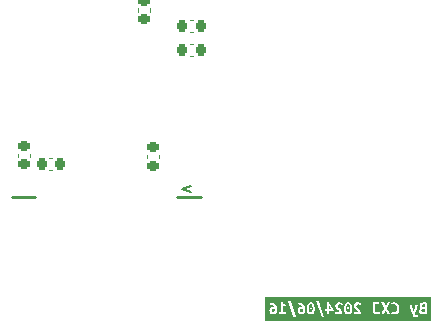
<source format=gbo>
G04 #@! TF.GenerationSoftware,KiCad,Pcbnew,8.0.2*
G04 #@! TF.CreationDate,2024-06-16T15:54:46+08:00*
G04 #@! TF.ProjectId,PerpetualClock,50657270-6574-4756-916c-436c6f636b2e,rev?*
G04 #@! TF.SameCoordinates,Original*
G04 #@! TF.FileFunction,Legend,Bot*
G04 #@! TF.FilePolarity,Positive*
%FSLAX46Y46*%
G04 Gerber Fmt 4.6, Leading zero omitted, Abs format (unit mm)*
G04 Created by KiCad (PCBNEW 8.0.2) date 2024-06-16 15:54:46*
%MOMM*%
%LPD*%
G01*
G04 APERTURE LIST*
G04 Aperture macros list*
%AMRoundRect*
0 Rectangle with rounded corners*
0 $1 Rounding radius*
0 $2 $3 $4 $5 $6 $7 $8 $9 X,Y pos of 4 corners*
0 Add a 4 corners polygon primitive as box body*
4,1,4,$2,$3,$4,$5,$6,$7,$8,$9,$2,$3,0*
0 Add four circle primitives for the rounded corners*
1,1,$1+$1,$2,$3*
1,1,$1+$1,$4,$5*
1,1,$1+$1,$6,$7*
1,1,$1+$1,$8,$9*
0 Add four rect primitives between the rounded corners*
20,1,$1+$1,$2,$3,$4,$5,0*
20,1,$1+$1,$4,$5,$6,$7,0*
20,1,$1+$1,$6,$7,$8,$9,0*
20,1,$1+$1,$8,$9,$2,$3,0*%
G04 Aperture macros list end*
%ADD10C,0.150000*%
%ADD11C,0.000000*%
%ADD12C,0.254000*%
%ADD13C,0.120000*%
%ADD14C,0.700000*%
%ADD15O,0.900000X1.200000*%
%ADD16O,0.600000X1.000000*%
%ADD17R,0.400000X2.800000*%
%ADD18R,1.800000X1.800000*%
%ADD19C,1.800000*%
%ADD20R,1.600000X1.600000*%
%ADD21C,1.600000*%
%ADD22RoundRect,0.300000X-0.600000X0.300000X-0.600000X-0.300000X0.600000X-0.300000X0.600000X0.300000X0*%
%ADD23RoundRect,0.300000X-0.700000X0.300000X-0.700000X-0.300000X0.700000X-0.300000X0.700000X0.300000X0*%
%ADD24RoundRect,0.225000X0.225000X0.250000X-0.225000X0.250000X-0.225000X-0.250000X0.225000X-0.250000X0*%
%ADD25RoundRect,0.225000X0.250000X-0.225000X0.250000X0.225000X-0.250000X0.225000X-0.250000X-0.225000X0*%
%ADD26RoundRect,0.225000X-0.250000X0.225000X-0.250000X-0.225000X0.250000X-0.225000X0.250000X0.225000X0*%
G04 APERTURE END LIST*
D10*
X155041220Y-56653152D02*
X154279316Y-56938866D01*
X154279316Y-56938866D02*
X155041220Y-57224580D01*
D11*
G36*
X175331023Y-68120910D02*
G01*
X175000294Y-68120910D01*
X174727244Y-68120910D01*
X174103356Y-68120910D01*
X172234869Y-68120910D01*
X171345869Y-68120910D01*
X170771194Y-68120910D01*
X168796344Y-68120910D01*
X168339144Y-68120910D01*
X167208844Y-68120910D01*
X166500819Y-68120910D01*
X166076956Y-68120910D01*
X165164144Y-68120910D01*
X164356106Y-68120910D01*
X163695706Y-68120910D01*
X162451106Y-68120910D01*
X161974856Y-68120910D01*
X161663706Y-68120910D01*
X161332977Y-68120910D01*
X161332977Y-67209156D01*
X161663706Y-67209156D01*
X161681962Y-67325044D01*
X161738319Y-67432994D01*
X161835156Y-67513163D01*
X161899450Y-67536380D01*
X161974856Y-67544119D01*
X162076192Y-67532742D01*
X162160065Y-67498610D01*
X162226475Y-67441725D01*
X162274018Y-67361556D01*
X162451106Y-67361556D01*
X162451106Y-67523481D01*
X163048006Y-67523481D01*
X163048006Y-67361556D01*
X162841631Y-67361556D01*
X162841631Y-66812281D01*
X162943231Y-66868638D01*
X163040069Y-66907531D01*
X163103569Y-66745606D01*
X163021019Y-66709094D01*
X162932119Y-66659881D01*
X162847981Y-66602731D01*
X162779719Y-66540819D01*
X162646369Y-66540819D01*
X162646369Y-67361556D01*
X162451106Y-67361556D01*
X162274018Y-67361556D01*
X162274541Y-67360674D01*
X162303381Y-67254047D01*
X162312994Y-67121844D01*
X162302477Y-66987303D01*
X162270925Y-66869431D01*
X162219927Y-66768625D01*
X162151069Y-66685281D01*
X162065344Y-66619797D01*
X161963744Y-66572569D01*
X161848253Y-66543994D01*
X161720856Y-66534469D01*
X161709744Y-66701156D01*
X161833569Y-66713856D01*
X161944694Y-66751163D01*
X162032800Y-66818631D01*
X162087569Y-66921819D01*
X162028831Y-66901975D01*
X161978031Y-66894831D01*
X161898855Y-66901181D01*
X161832775Y-66920231D01*
X161735144Y-66988494D01*
X161680375Y-67088506D01*
X161663706Y-67209156D01*
X161332977Y-67209156D01*
X161332977Y-66413819D01*
X163254381Y-66413819D01*
X163695706Y-67785419D01*
X163898906Y-67785419D01*
X163712154Y-67209156D01*
X164044956Y-67209156D01*
X164063212Y-67325044D01*
X164119569Y-67432994D01*
X164216406Y-67513163D01*
X164280700Y-67536380D01*
X164356106Y-67544119D01*
X164457442Y-67532742D01*
X164541315Y-67498610D01*
X164607725Y-67441725D01*
X164655791Y-67360674D01*
X164684631Y-67254047D01*
X164694244Y-67121844D01*
X164687047Y-67029769D01*
X164822831Y-67029769D01*
X164828288Y-67151609D01*
X164844659Y-67256781D01*
X164871945Y-67345284D01*
X164910144Y-67417119D01*
X164977172Y-67487674D01*
X165061838Y-67530008D01*
X165164144Y-67544119D01*
X165266449Y-67530008D01*
X165351116Y-67487674D01*
X165418144Y-67417119D01*
X165456343Y-67345284D01*
X165483628Y-67256781D01*
X165499999Y-67151609D01*
X165505456Y-67029769D01*
X165499900Y-66909317D01*
X165483231Y-66805138D01*
X165455450Y-66717230D01*
X165416556Y-66645594D01*
X165348999Y-66575038D01*
X165264862Y-66532705D01*
X165164144Y-66518594D01*
X165061838Y-66532617D01*
X164977172Y-66574685D01*
X164910144Y-66644800D01*
X164871945Y-66716188D01*
X164844659Y-66804145D01*
X164828288Y-66908672D01*
X164822831Y-67029769D01*
X164687047Y-67029769D01*
X164683727Y-66987303D01*
X164652175Y-66869431D01*
X164601177Y-66768625D01*
X164532319Y-66685281D01*
X164446594Y-66619797D01*
X164344994Y-66572569D01*
X164229503Y-66543994D01*
X164102106Y-66534469D01*
X164090994Y-66701156D01*
X164214819Y-66713856D01*
X164325944Y-66751163D01*
X164414050Y-66818631D01*
X164468819Y-66921819D01*
X164410081Y-66901975D01*
X164359281Y-66894831D01*
X164280105Y-66901181D01*
X164214025Y-66920231D01*
X164116394Y-66988494D01*
X164061625Y-67088506D01*
X164044956Y-67209156D01*
X163712154Y-67209156D01*
X163454406Y-66413819D01*
X165635631Y-66413819D01*
X166076956Y-67785419D01*
X166280156Y-67785419D01*
X166068195Y-67131369D01*
X166394456Y-67131369D01*
X166394456Y-67291706D01*
X166500819Y-67291706D01*
X166500819Y-67523481D01*
X166696081Y-67523481D01*
X166696081Y-67361556D01*
X167208844Y-67361556D01*
X167208844Y-67523481D01*
X167850194Y-67523481D01*
X167854163Y-67483794D01*
X167853369Y-67450456D01*
X167846027Y-67374256D01*
X167824000Y-67304406D01*
X167790663Y-67240311D01*
X167749388Y-67181375D01*
X167702556Y-67127003D01*
X167652550Y-67076600D01*
X167603172Y-67029769D01*
X167997831Y-67029769D01*
X168003288Y-67151609D01*
X168019659Y-67256781D01*
X168046945Y-67345284D01*
X168085144Y-67417119D01*
X168152172Y-67487674D01*
X168236838Y-67530008D01*
X168339144Y-67544119D01*
X168441449Y-67530008D01*
X168526116Y-67487674D01*
X168593144Y-67417119D01*
X168622690Y-67361556D01*
X168796344Y-67361556D01*
X168796344Y-67523481D01*
X169437694Y-67523481D01*
X169441663Y-67483794D01*
X169440869Y-67450456D01*
X169433527Y-67374256D01*
X169411500Y-67304406D01*
X169378163Y-67240311D01*
X169346338Y-67194869D01*
X170421944Y-67194869D01*
X170426508Y-67264322D01*
X170440200Y-67329806D01*
X170500525Y-67440931D01*
X170548745Y-67483595D01*
X170609269Y-67516338D01*
X170683088Y-67537173D01*
X170771194Y-67544119D01*
X170862872Y-67537769D01*
X170919131Y-67523481D01*
X171134731Y-67523481D01*
X171345869Y-67523481D01*
X171379405Y-67438153D01*
X171419688Y-67344094D01*
X171464336Y-67245669D01*
X171510969Y-67147244D01*
X171557006Y-67242692D01*
X171603044Y-67341713D01*
X171645906Y-67437558D01*
X171682419Y-67523481D01*
X171893556Y-67523481D01*
X171871942Y-67475856D01*
X171960231Y-67475856D01*
X172072150Y-67522688D01*
X172148152Y-67538761D01*
X172234869Y-67544119D01*
X172362574Y-67529302D01*
X172468408Y-67484852D01*
X172552369Y-67410769D01*
X172600291Y-67337049D01*
X172634522Y-67249241D01*
X172655060Y-67147343D01*
X172661906Y-67031356D01*
X172653572Y-66915866D01*
X172628569Y-66813869D01*
X172612002Y-66777356D01*
X173542969Y-66777356D01*
X173572536Y-66881139D01*
X173600913Y-66982938D01*
X173629289Y-67082553D01*
X173658856Y-67179788D01*
X173690011Y-67274839D01*
X173723150Y-67367906D01*
X173758670Y-67458791D01*
X173796969Y-67547294D01*
X173856500Y-67656831D01*
X173921588Y-67732238D01*
X174000963Y-67775894D01*
X174103356Y-67790181D01*
X174193050Y-67782244D01*
X174260519Y-67761606D01*
X174224006Y-67598094D01*
X174167650Y-67617938D01*
X174114469Y-67623494D01*
X174022394Y-67585394D01*
X173966831Y-67494906D01*
X174013398Y-67397275D01*
X174059965Y-67290648D01*
X174085752Y-67226619D01*
X174341481Y-67226619D01*
X174349022Y-67308177D01*
X174371644Y-67375050D01*
X174453400Y-67470300D01*
X174509756Y-67500859D01*
X174575638Y-67521100D01*
X174648861Y-67532411D01*
X174727244Y-67536181D01*
X174793522Y-67534395D01*
X174862181Y-67529038D01*
X174931634Y-67520108D01*
X175000294Y-67507606D01*
X175000294Y-66553519D01*
X174878056Y-66536850D01*
X174746294Y-66529706D01*
X174645488Y-66535461D01*
X174565319Y-66552725D01*
X174455781Y-66613050D01*
X174401806Y-66696394D01*
X174387519Y-66788469D01*
X174396052Y-66854350D01*
X174421650Y-66912294D01*
X174512931Y-66998019D01*
X174428992Y-67040881D01*
X174377200Y-67096444D01*
X174350411Y-67159944D01*
X174341481Y-67226619D01*
X174085752Y-67226619D01*
X174106531Y-67175025D01*
X174140663Y-67082603D01*
X174173206Y-66985517D01*
X174204163Y-66883768D01*
X174233531Y-66777356D01*
X174030331Y-66777356D01*
X173997788Y-66902769D01*
X173978936Y-66969444D01*
X173958894Y-67036119D01*
X173937661Y-67102198D01*
X173915238Y-67167088D01*
X173868406Y-67286944D01*
X173835069Y-67167088D01*
X173818003Y-67102397D01*
X173801731Y-67036913D01*
X173786055Y-66970833D01*
X173770775Y-66904356D01*
X173742994Y-66777356D01*
X173542969Y-66777356D01*
X172612002Y-66777356D01*
X172588683Y-66725961D01*
X172535700Y-66652738D01*
X172470613Y-66594794D01*
X172394413Y-66552725D01*
X172308886Y-66527127D01*
X172215819Y-66518594D01*
X172121363Y-66527325D01*
X172047544Y-66547169D01*
X171994363Y-66570981D01*
X171961819Y-66590031D01*
X172012619Y-66745606D01*
X172100725Y-66705125D01*
X172218994Y-66688456D01*
X172308688Y-66705125D01*
X172386475Y-66760688D01*
X172442038Y-66864669D01*
X172458111Y-66937694D01*
X172463469Y-67026594D01*
X172457031Y-67130046D01*
X172437716Y-67216035D01*
X172405525Y-67284563D01*
X172329127Y-67351833D01*
X172215819Y-67374256D01*
X172089613Y-67356794D01*
X172009444Y-67321869D01*
X171960231Y-67475856D01*
X171871942Y-67475856D01*
X171846725Y-67420294D01*
X171814181Y-67357588D01*
X171778463Y-67290119D01*
X171740164Y-67219277D01*
X171699881Y-67146450D01*
X171659400Y-67074020D01*
X171620506Y-67004369D01*
X171877681Y-66540819D01*
X171666544Y-66540819D01*
X171510969Y-66855144D01*
X171347456Y-66540819D01*
X171150606Y-66540819D01*
X171401431Y-66999606D01*
X171358966Y-67069456D01*
X171317294Y-67142481D01*
X171277408Y-67216102D01*
X171240300Y-67287738D01*
X171206764Y-67356000D01*
X171177594Y-67419500D01*
X171134731Y-67523481D01*
X170919131Y-67523481D01*
X170937881Y-67518719D01*
X171050594Y-67456806D01*
X170975981Y-67301231D01*
X170887875Y-67350444D01*
X170788656Y-67374256D01*
X170719798Y-67364136D01*
X170665625Y-67333775D01*
X170630502Y-67276030D01*
X170618794Y-67183756D01*
X170618794Y-66702744D01*
X170947406Y-66702744D01*
X170947406Y-66540819D01*
X170421944Y-66540819D01*
X170421944Y-67194869D01*
X169346338Y-67194869D01*
X169336888Y-67181375D01*
X169290056Y-67127003D01*
X169240050Y-67076600D01*
X169190044Y-67029173D01*
X169143213Y-66983731D01*
X169068600Y-66898006D01*
X169039231Y-66813869D01*
X169075744Y-66721000D01*
X169167819Y-66688456D01*
X169264656Y-66710681D01*
X169364669Y-66785294D01*
X169461506Y-66648769D01*
X169393045Y-66590825D01*
X169314663Y-66550344D01*
X169231517Y-66526531D01*
X169148769Y-66518594D01*
X169032881Y-66536056D01*
X168934456Y-66588444D01*
X168866194Y-66676550D01*
X168840794Y-66799581D01*
X168859844Y-66897213D01*
X168910644Y-66988494D01*
X168982081Y-67074219D01*
X169063044Y-67153594D01*
X169110669Y-67198838D01*
X169161469Y-67252813D01*
X169201950Y-67309169D01*
X169218619Y-67361556D01*
X168796344Y-67361556D01*
X168622690Y-67361556D01*
X168631343Y-67345284D01*
X168658628Y-67256781D01*
X168674999Y-67151609D01*
X168680456Y-67029769D01*
X168674900Y-66909317D01*
X168658231Y-66805138D01*
X168630450Y-66717230D01*
X168591556Y-66645594D01*
X168523999Y-66575038D01*
X168439862Y-66532705D01*
X168339144Y-66518594D01*
X168236838Y-66532617D01*
X168152172Y-66574685D01*
X168085144Y-66644800D01*
X168046945Y-66716188D01*
X168019659Y-66804145D01*
X168003288Y-66908672D01*
X167997831Y-67029769D01*
X167603172Y-67029769D01*
X167602544Y-67029173D01*
X167555713Y-66983731D01*
X167481100Y-66898006D01*
X167451731Y-66813869D01*
X167488244Y-66721000D01*
X167580319Y-66688456D01*
X167677156Y-66710681D01*
X167777169Y-66785294D01*
X167874006Y-66648769D01*
X167805545Y-66590825D01*
X167727163Y-66550344D01*
X167644017Y-66526531D01*
X167561269Y-66518594D01*
X167445381Y-66536056D01*
X167346956Y-66588444D01*
X167278694Y-66676550D01*
X167253294Y-66799581D01*
X167272344Y-66897213D01*
X167323144Y-66988494D01*
X167394581Y-67074219D01*
X167475544Y-67153594D01*
X167523169Y-67198838D01*
X167573969Y-67252813D01*
X167614450Y-67309169D01*
X167631119Y-67361556D01*
X167208844Y-67361556D01*
X166696081Y-67361556D01*
X166696081Y-67291706D01*
X167105656Y-67291706D01*
X167105656Y-67148831D01*
X167071128Y-67082752D01*
X167027869Y-67008338D01*
X166977863Y-66928764D01*
X166923094Y-66847206D01*
X166864356Y-66765252D01*
X166802444Y-66684488D01*
X166738944Y-66608486D01*
X166675444Y-66540819D01*
X166500819Y-66540819D01*
X166500819Y-67131369D01*
X166394456Y-67131369D01*
X166068195Y-67131369D01*
X165835656Y-66413819D01*
X165635631Y-66413819D01*
X163454406Y-66413819D01*
X163254381Y-66413819D01*
X161332977Y-66413819D01*
X161332977Y-66083090D01*
X161663706Y-66083090D01*
X175000294Y-66083090D01*
X175331023Y-66083090D01*
X175331023Y-68120910D01*
G37*
G36*
X165234391Y-66707308D02*
G01*
X165286381Y-66773388D01*
X165310194Y-66841033D01*
X165324481Y-66926493D01*
X165329244Y-67029769D01*
X165324481Y-67133926D01*
X165310194Y-67219916D01*
X165286381Y-67287738D01*
X165234391Y-67353817D01*
X165164144Y-67375844D01*
X165162556Y-67375353D01*
X165092905Y-67353817D01*
X165041112Y-67287738D01*
X165017741Y-67219916D01*
X165003718Y-67133926D01*
X164999044Y-67029769D01*
X164999762Y-67013894D01*
X165075244Y-67013894D01*
X165099850Y-67087713D01*
X165162556Y-67118669D01*
X165227644Y-67087713D01*
X165251456Y-67013894D01*
X165227644Y-66939281D01*
X165162556Y-66907531D01*
X165099850Y-66939281D01*
X165075244Y-67013894D01*
X164999762Y-67013894D01*
X165003718Y-66926493D01*
X165017741Y-66841033D01*
X165041112Y-66773388D01*
X165092905Y-66707308D01*
X165164144Y-66685281D01*
X165234391Y-66707308D01*
G37*
G36*
X168409391Y-66707308D02*
G01*
X168461381Y-66773388D01*
X168485194Y-66841033D01*
X168499481Y-66926493D01*
X168504244Y-67029769D01*
X168499481Y-67133926D01*
X168485194Y-67219916D01*
X168461381Y-67287738D01*
X168409391Y-67353817D01*
X168339144Y-67375844D01*
X168337556Y-67375353D01*
X168267905Y-67353817D01*
X168216113Y-67287738D01*
X168192741Y-67219916D01*
X168178718Y-67133926D01*
X168174044Y-67029769D01*
X168174762Y-67013894D01*
X168250244Y-67013894D01*
X168274850Y-67087713D01*
X168337556Y-67118669D01*
X168402644Y-67087713D01*
X168426456Y-67013894D01*
X168402644Y-66939281D01*
X168337556Y-66907531D01*
X168274850Y-66939281D01*
X168250244Y-67013894D01*
X168174762Y-67013894D01*
X168178718Y-66926493D01*
X168192741Y-66841033D01*
X168216113Y-66773388D01*
X168267905Y-66707308D01*
X168339144Y-66685281D01*
X168409391Y-66707308D01*
G37*
G36*
X164446594Y-67063106D02*
G01*
X164498981Y-67080569D01*
X164501362Y-67109144D01*
X164502156Y-67139306D01*
X164495806Y-67227413D01*
X164473581Y-67302819D01*
X164429925Y-67356000D01*
X164360869Y-67375844D01*
X164303719Y-67359969D01*
X164264825Y-67320281D01*
X164242600Y-67267894D01*
X164235456Y-67212331D01*
X164268794Y-67097238D01*
X164314434Y-67066877D01*
X164384681Y-67056756D01*
X164446594Y-67063106D01*
G37*
G36*
X162065344Y-67063106D02*
G01*
X162117731Y-67080569D01*
X162120112Y-67109144D01*
X162120906Y-67139306D01*
X162114556Y-67227413D01*
X162092331Y-67302819D01*
X162048675Y-67356000D01*
X161979619Y-67375844D01*
X161922469Y-67359969D01*
X161883575Y-67320281D01*
X161861350Y-67267894D01*
X161854206Y-67212331D01*
X161887544Y-67097238D01*
X161933184Y-67066877D01*
X162003431Y-67056756D01*
X162065344Y-67063106D01*
G37*
G36*
X166754819Y-66863081D02*
G01*
X166814350Y-66949600D01*
X166870706Y-67040881D01*
X166918331Y-67131369D01*
X166696081Y-67131369D01*
X166696081Y-66785294D01*
X166754819Y-66863081D01*
G37*
G36*
X174805031Y-67359969D02*
G01*
X174759788Y-67364731D01*
X174711369Y-67366319D01*
X174646281Y-67360763D01*
X174589925Y-67340125D01*
X174549444Y-67297263D01*
X174533569Y-67226619D01*
X174578813Y-67124225D01*
X174700256Y-67093269D01*
X174805031Y-67093269D01*
X174805031Y-67359969D01*
G37*
G36*
X174762169Y-66701156D02*
G01*
X174805031Y-66705919D01*
X174805031Y-66931344D01*
X174728831Y-66931344D01*
X174616119Y-66898800D01*
X174578019Y-66809106D01*
X174589131Y-66752750D01*
X174619294Y-66719413D01*
X174663744Y-66703538D01*
X174716131Y-66699569D01*
X174762169Y-66701156D01*
G37*
D12*
X141790500Y-57607500D02*
X139873500Y-57607500D01*
X153879500Y-57607500D02*
X155874500Y-57607500D01*
D13*
X154939420Y-44670000D02*
X155220580Y-44670000D01*
X154939420Y-45690000D02*
X155220580Y-45690000D01*
X151310000Y-54029420D02*
X151310000Y-54310580D01*
X152330000Y-54029420D02*
X152330000Y-54310580D01*
X150530000Y-41910580D02*
X150530000Y-41629420D01*
X151550000Y-41910580D02*
X151550000Y-41629420D01*
X143009420Y-54310000D02*
X143290580Y-54310000D01*
X143009420Y-55330000D02*
X143290580Y-55330000D01*
X140350000Y-53929420D02*
X140350000Y-54210580D01*
X141370000Y-53929420D02*
X141370000Y-54210580D01*
X154939420Y-42620000D02*
X155220580Y-42620000D01*
X154939420Y-43640000D02*
X155220580Y-43640000D01*
%LPC*%
D14*
X162310000Y-34779000D03*
X164010000Y-34779000D03*
X149810000Y-34779000D03*
X151510000Y-34779000D03*
X137310000Y-34779000D03*
X139010000Y-34779000D03*
D15*
X173080000Y-50760000D03*
D16*
X171880000Y-50760000D03*
D17*
X153406500Y-57553500D03*
X152606500Y-57553500D03*
X151806500Y-57553500D03*
X151006500Y-57553500D03*
X150206500Y-57553500D03*
X149406500Y-57553500D03*
X148606500Y-57553500D03*
X147806500Y-57553500D03*
X147006500Y-57553500D03*
X146206500Y-57553500D03*
X145406500Y-57553500D03*
X144606500Y-57553500D03*
X143806500Y-57553500D03*
X143006500Y-57553500D03*
X142206500Y-57553500D03*
D18*
X138587000Y-64280000D03*
D19*
X138587000Y-66820000D03*
X128480000Y-66790000D03*
D18*
X128480000Y-64250000D03*
D20*
X170780000Y-60970000D03*
D21*
X170780000Y-56970000D03*
D18*
X136297000Y-64280000D03*
D19*
X136297000Y-66820000D03*
D22*
X128429530Y-55395960D03*
D23*
X132609520Y-55395960D03*
D22*
X128429530Y-46756000D03*
D23*
X132609520Y-46756000D03*
D18*
X157743000Y-62120000D03*
D19*
X157743000Y-59580000D03*
D24*
X155855000Y-45180000D03*
X154305000Y-45180000D03*
D25*
X151820000Y-54945000D03*
X151820000Y-53395000D03*
D26*
X151040000Y-40995000D03*
X151040000Y-42545000D03*
D24*
X143925000Y-54820000D03*
X142375000Y-54820000D03*
D25*
X140860000Y-54845000D03*
X140860000Y-53295000D03*
D24*
X155855000Y-43130000D03*
X154305000Y-43130000D03*
%LPD*%
M02*

</source>
